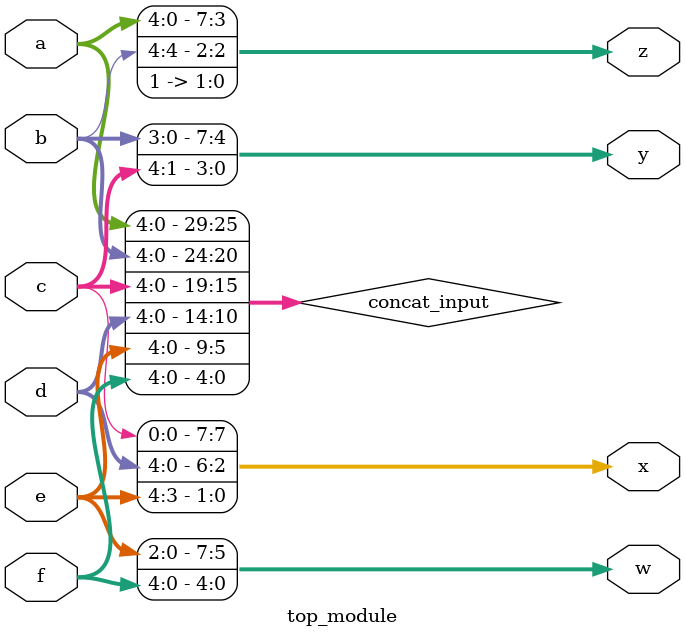
<source format=sv>
module top_module (
    input [4:0] a,
    input [4:0] b,
    input [4:0] c,
    input [4:0] d,
    input [4:0] e,
    input [4:0] f,
    output reg [7:0] w,
    output reg [7:0] x,
    output reg [7:0] y,
    output reg [7:0] z
);

wire [29:0] concat_input;
assign concat_input = {a, b, c, d, e, f};

always @(*) begin
    w = concat_input[7:0];
    x = concat_input[15:8];
    y = concat_input[23:16];
    z = {concat_input[29:24], 2'b11};
end

endmodule

</source>
